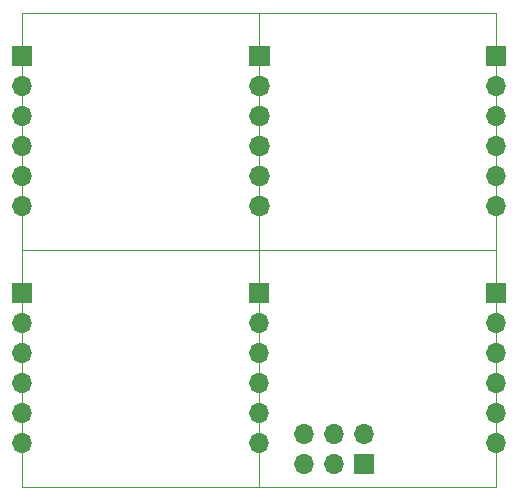
<source format=gbr>
G04 #@! TF.GenerationSoftware,KiCad,Pcbnew,(5.99.0-11522-g728b160719)*
G04 #@! TF.CreationDate,2021-08-06T10:17:42+10:00*
G04 #@! TF.ProjectId,Stencil,5374656e-6369-46c2-9e6b-696361645f70,0.2*
G04 #@! TF.SameCoordinates,Original*
G04 #@! TF.FileFunction,Soldermask,Bot*
G04 #@! TF.FilePolarity,Negative*
%FSLAX46Y46*%
G04 Gerber Fmt 4.6, Leading zero omitted, Abs format (unit mm)*
G04 Created by KiCad (PCBNEW (5.99.0-11522-g728b160719)) date 2021-08-06 10:17:42*
%MOMM*%
%LPD*%
G01*
G04 APERTURE LIST*
G04 #@! TA.AperFunction,Profile*
%ADD10C,0.100000*%
G04 #@! TD*
%ADD11R,1.700000X1.700000*%
%ADD12O,1.700000X1.700000*%
G04 APERTURE END LIST*
D10*
X113259000Y-96114000D02*
X93193000Y-96114000D01*
X93193000Y-96114000D02*
X93193000Y-76048000D01*
X93193000Y-76048000D02*
X113259000Y-76048000D01*
X113259000Y-76048000D02*
X113259000Y-96114000D01*
X113259000Y-76048000D02*
X93193000Y-76048000D01*
X93193000Y-76048000D02*
X93193000Y-55982000D01*
X93193000Y-55982000D02*
X113259000Y-55982000D01*
X113259000Y-55982000D02*
X113259000Y-76048000D01*
X133325000Y-96114000D02*
X113259000Y-96114000D01*
X113259000Y-96114000D02*
X113259000Y-76048000D01*
X113259000Y-76048000D02*
X133325000Y-76048000D01*
X133325000Y-76048000D02*
X133325000Y-96114000D01*
X133325000Y-76048000D02*
X113259000Y-76048000D01*
X113259000Y-76048000D02*
X113259000Y-55982000D01*
X113259000Y-55982000D02*
X133325000Y-55982000D01*
X133325000Y-55982000D02*
X133325000Y-76048000D01*
D11*
G04 #@! TO.C,J2*
X133325000Y-59690000D03*
D12*
X133325000Y-62230000D03*
X133325000Y-64770000D03*
X133325000Y-67310000D03*
X133325000Y-69850000D03*
X133325000Y-72390000D03*
G04 #@! TD*
D11*
G04 #@! TO.C,J1*
X113259000Y-79756000D03*
D12*
X113259000Y-82296000D03*
X113259000Y-84836000D03*
X113259000Y-87376000D03*
X113259000Y-89916000D03*
X113259000Y-92456000D03*
G04 #@! TD*
D11*
G04 #@! TO.C,J1*
X93193000Y-59690000D03*
D12*
X93193000Y-62230000D03*
X93193000Y-64770000D03*
X93193000Y-67310000D03*
X93193000Y-69850000D03*
X93193000Y-72390000D03*
G04 #@! TD*
D11*
G04 #@! TO.C,J1*
X113259000Y-59690000D03*
D12*
X113259000Y-62230000D03*
X113259000Y-64770000D03*
X113259000Y-67310000D03*
X113259000Y-69850000D03*
X113259000Y-72390000D03*
G04 #@! TD*
D11*
G04 #@! TO.C,J2*
X113284000Y-59690000D03*
D12*
X113284000Y-62230000D03*
X113284000Y-64770000D03*
X113284000Y-67310000D03*
X113284000Y-69850000D03*
X113284000Y-72390000D03*
G04 #@! TD*
D11*
G04 #@! TO.C,J1*
X93193000Y-79756000D03*
D12*
X93193000Y-82296000D03*
X93193000Y-84836000D03*
X93193000Y-87376000D03*
X93193000Y-89916000D03*
X93193000Y-92456000D03*
G04 #@! TD*
D11*
G04 #@! TO.C,J2*
X122124000Y-94209000D03*
D12*
X122124000Y-91669000D03*
X119584000Y-94209000D03*
X119584000Y-91669000D03*
X117044000Y-94209000D03*
X117044000Y-91669000D03*
G04 #@! TD*
D11*
G04 #@! TO.C,J3*
X133325000Y-79756000D03*
D12*
X133325000Y-82296000D03*
X133325000Y-84836000D03*
X133325000Y-87376000D03*
X133325000Y-89916000D03*
X133325000Y-92456000D03*
G04 #@! TD*
D11*
G04 #@! TO.C,J2*
X113259000Y-79756000D03*
D12*
X113259000Y-82296000D03*
X113259000Y-84836000D03*
X113259000Y-87376000D03*
X113259000Y-89916000D03*
X113259000Y-92456000D03*
G04 #@! TD*
M02*

</source>
